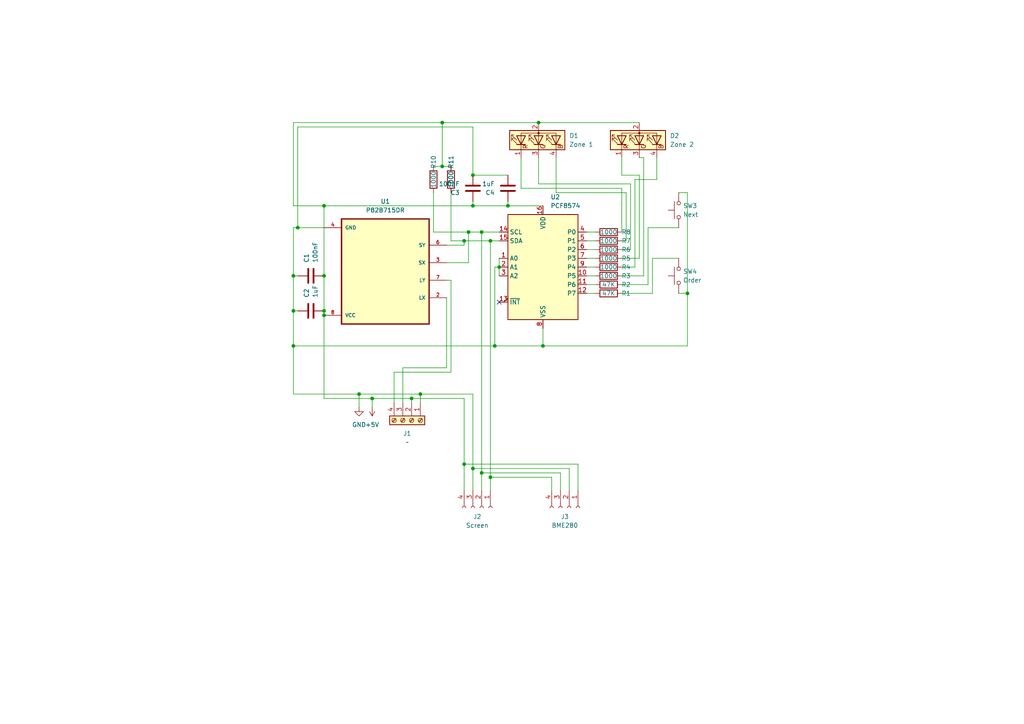
<source format=kicad_sch>
(kicad_sch (version 20230121) (generator eeschema)
  (paper "A4")
  (title_block (title "Heatger I2C") (rev "1"))
  (lib_symbols
    (symbol "Autre:P82B715DR" (pin_names (offset 1.016))
      (property "Reference" "U" (at -12.7 16.24 0))
      (property "Value" "P82B715DR" (at -12.7 -19.24 0))
      (symbol "P82B715DR_0_0"
        (rectangle (start -12.7 -15.24) (end 12.7 15.24) (stroke (width 0.41)) (fill (type background)))
        (pin bidirectional line (at -17.78 7.62 0) (length 5.08) (name "LX") (number "2"))
        (pin bidirectional line (at -17.78 -2.54 0) (length 5.08) (name "SX") (number "3"))
        (pin power_in line (at 17.78 -12.7 180) (length 5.08) (name "GND") (number "4"))
        (pin bidirectional line (at -17.78 -7.62 0) (length 5.08) (name "SY") (number "6"))
        (pin bidirectional line (at -17.78 2.54 0) (length 5.08) (name "LY") (number "7"))
        (pin power_in line (at 17.78 12.7 180) (length 5.08) (name "VCC") (number "8"))
      )
    )
    (symbol "Connector:Conn_01x04_Socket" (pin_names (offset 1.016) hide)
      (property "Reference" "J" (at 0 5.08 0))
      (property "Value" "Conn_01x04_Socket" (at 0 -7.62 0))
      (symbol "Conn_01x04_Socket_1_1"
        (arc (start 0 -4.572) (mid -0.5058 -5.08) (end 0 -5.588) (stroke (width 0.1524)))
        (arc (start 0 -2.032) (mid -0.5058 -2.54) (end 0 -3.048) (stroke (width 0.1524)))
        (polyline (pts (xy -1.27 -5.08) (xy -0.508 -5.08)) (stroke (width 0.1524)))
        (polyline (pts (xy -1.27 -2.54) (xy -0.508 -2.54)) (stroke (width 0.1524)))
        (polyline (pts (xy -1.27 0) (xy -0.508 0)) (stroke (width 0.1524)))
        (polyline (pts (xy -1.27 2.54) (xy -0.508 2.54)) (stroke (width 0.1524)))
        (arc (start 0 0.508) (mid -0.5058 0) (end 0 -0.508) (stroke (width 0.1524)))
        (arc (start 0 3.048) (mid -0.5058 2.54) (end 0 2.032) (stroke (width 0.1524)))
        (pin passive line (at -5.08 2.54 0) (length 3.81) (name "Pin_1") (number "1"))
        (pin passive line (at -5.08 0 0) (length 3.81) (name "Pin_2") (number "2"))
        (pin passive line (at -5.08 -2.54 0) (length 3.81) (name "Pin_3") (number "3"))
        (pin passive line (at -5.08 -5.08 0) (length 3.81) (name "Pin_4") (number "4"))
      )
    )
    (symbol "Connector:Screw_Terminal_01x04" (pin_names (offset 1.016) hide)
      (property "Reference" "J" (at 0 5.08 0))
      (property "Value" "Screw_Terminal_01x04" (at 0 -7.62 0))
      (symbol "Screw_Terminal_01x04_1_1"
        (rectangle (start -1.27 3.81) (end 1.27 -6.35) (stroke (width 0.254)) (fill (type background)))
        (circle (center 0 -5.08) (radius 0.635) (stroke (width 0.1524)))
        (circle (center 0 -2.54) (radius 0.635) (stroke (width 0.1524)))
        (polyline (pts (xy -0.5334 -4.7498) (xy 0.3302 -5.588)) (stroke (width 0.1524)))
        (polyline (pts (xy -0.5334 -2.2098) (xy 0.3302 -3.048)) (stroke (width 0.1524)))
        (polyline (pts (xy -0.5334 0.3302) (xy 0.3302 -0.508)) (stroke (width 0.1524)))
        (polyline (pts (xy -0.5334 2.8702) (xy 0.3302 2.032)) (stroke (width 0.1524)))
        (polyline (pts (xy -0.3556 -4.572) (xy 0.508 -5.4102)) (stroke (width 0.1524)))
        (polyline (pts (xy -0.3556 -2.032) (xy 0.508 -2.8702)) (stroke (width 0.1524)))
        (polyline (pts (xy -0.3556 0.508) (xy 0.508 -0.3302)) (stroke (width 0.1524)))
        (polyline (pts (xy -0.3556 3.048) (xy 0.508 2.2098)) (stroke (width 0.1524)))
        (circle (center 0 0) (radius 0.635) (stroke (width 0.1524)))
        (circle (center 0 2.54) (radius 0.635) (stroke (width 0.1524)))
        (pin passive line (at -5.08 2.54 0) (length 3.81) (name "Pin_1") (number "1"))
        (pin passive line (at -5.08 0 0) (length 3.81) (name "Pin_2") (number "2"))
        (pin passive line (at -5.08 -2.54 0) (length 3.81) (name "Pin_3") (number "3"))
        (pin passive line (at -5.08 -5.08 0) (length 3.81) (name "Pin_4") (number "4"))
      )
    )
    (symbol "Device:C" (pin_numbers hide) (pin_names (offset 0.254))
      (property "Reference" "C" (at 0.635 2.54 0))
      (property "Value" "C" (at 0.635 -2.54 0))
      (symbol "C_0_1"
        (polyline (pts (xy -2.032 -0.762) (xy 2.032 -0.762)) (stroke (width 0.508)))
        (polyline (pts (xy -2.032 0.762) (xy 2.032 0.762)) (stroke (width 0.508)))
      )
      (symbol "C_1_1"
        (pin passive line (at 0 3.81 270) (length 2.794) (name "~") (number "1"))
        (pin passive line (at 0 -3.81 90) (length 2.794) (name "~") (number "2"))
      )
    )
    (symbol "Device:LED_RAGB" (pin_names (offset 0) hide)
      (property "Reference" "D" (at 0 9.398 0))
      (property "Value" "LED_RAGB" (at 0 -8.89 0))
      (symbol "LED_RAGB_0_0"
        (text "B" (at -1.905 -6.35 0) (effects (font (size 1.27 1.27))))
        (text "G" (at -1.905 -1.27 0) (effects (font (size 1.27 1.27))))
        (text "R" (at -1.905 3.81 0) (effects (font (size 1.27 1.27))))
      )
      (symbol "LED_RAGB_0_1"
        (polyline (pts (xy -1.27 -5.08) (xy -2.54 -5.08)))
        (polyline (pts (xy -1.27 -5.08) (xy 1.27 -5.08)))
        (polyline (pts (xy -1.27 -3.81) (xy -1.27 -6.35)) (stroke (width 0.254)))
        (polyline (pts (xy -1.27 0) (xy -2.54 0)))
        (polyline (pts (xy -1.27 1.27) (xy -1.27 -1.27)) (stroke (width 0.254)))
        (polyline (pts (xy -1.27 5.08) (xy -2.54 5.08)))
        (polyline (pts (xy -1.27 5.08) (xy 1.27 5.08)))
        (polyline (pts (xy -1.27 6.35) (xy -1.27 3.81)) (stroke (width 0.254)))
        (polyline (pts (xy 1.27 0) (xy -1.27 0)))
        (polyline (pts (xy 1.27 0) (xy 2.54 0)))
        (polyline (pts (xy -1.27 1.27) (xy -1.27 -1.27) (xy -1.27 -1.27)))
        (polyline (pts (xy -1.27 6.35) (xy -1.27 3.81) (xy -1.27 3.81)))
        (polyline (pts (xy 1.27 -5.08) (xy 2.032 -5.08) (xy 2.032 5.08) (xy 1.27 5.08)))
        (polyline (pts (xy 1.27 -3.81) (xy 1.27 -6.35) (xy -1.27 -5.08) (xy 1.27 -3.81)) (stroke (width 0.254)))
        (polyline (pts (xy 1.27 1.27) (xy 1.27 -1.27) (xy -1.27 0) (xy 1.27 1.27)) (stroke (width 0.254)))
        (polyline (pts (xy 1.27 6.35) (xy 1.27 3.81) (xy -1.27 5.08) (xy 1.27 6.35)) (stroke (width 0.254)))
        (polyline (pts (xy -1.016 -3.81) (xy 0.508 -2.286) (xy -0.254 -2.286) (xy 0.508 -2.286) (xy 0.508 -3.048)))
        (polyline (pts (xy -1.016 1.27) (xy 0.508 2.794) (xy -0.254 2.794) (xy 0.508 2.794) (xy 0.508 2.032)))
        (polyline (pts (xy -1.016 6.35) (xy 0.508 7.874) (xy -0.254 7.874) (xy 0.508 7.874) (xy 0.508 7.112)))
        (polyline (pts (xy 0 -3.81) (xy 1.524 -2.286) (xy 0.762 -2.286) (xy 1.524 -2.286) (xy 1.524 -3.048)))
        (polyline (pts (xy 0 1.27) (xy 1.524 2.794) (xy 0.762 2.794) (xy 1.524 2.794) (xy 1.524 2.032)))
        (polyline (pts (xy 0 6.35) (xy 1.524 7.874) (xy 0.762 7.874) (xy 1.524 7.874) (xy 1.524 7.112)))
        (rectangle (start 1.27 -1.27) (end 1.27 1.27))
        (rectangle (start 1.27 1.27) (end 1.27 1.27))
        (rectangle (start 1.27 3.81) (end 1.27 6.35))
        (rectangle (start 1.27 6.35) (end 1.27 6.35))
        (circle (center 2.032 0) (radius 0.254) (fill (type outline)))
        (rectangle (start 2.794 8.382) (end -2.794 -7.62) (stroke (width 0.254)) (fill (type background)))
      )
      (symbol "LED_RAGB_1_1"
        (pin passive line (at -5.08 5.08 0) (length 2.54) (name "RK") (number "1"))
        (pin passive line (at 5.08 0 180) (length 2.54) (name "A") (number "2"))
        (pin passive line (at -5.08 0 0) (length 2.54) (name "GK") (number "3"))
        (pin passive line (at -5.08 -5.08 0) (length 2.54) (name "BK") (number "4"))
      )
    )
    (symbol "Device:R" (pin_numbers hide) (pin_names (offset 0))
      (property "Reference" "R" (at 2.032 0 90))
      (property "Value" "R" (at 0 0 90))
      (symbol "R_0_1"
        (rectangle (start -1.016 -2.54) (end 1.016 2.54) (stroke (width 0.254)))
      )
      (symbol "R_1_1"
        (pin passive line (at 0 3.81 270) (length 1.27) (name "~") (number "1"))
        (pin passive line (at 0 -3.81 90) (length 1.27) (name "~") (number "2"))
      )
    )
    (symbol "Interface_Expansion:PCF8574"
      (property "Reference" "U" (at -8.89 16.51 0))
      (property "Value" "PCF8574" (at 2.54 16.51 0))
      (symbol "PCF8574_0_1"
        (rectangle (start -10.16 15.24) (end 10.16 -15.24) (stroke (width 0.254)) (fill (type background)))
      )
      (symbol "PCF8574_1_1"
        (pin input line (at -12.7 2.54 0) (length 2.54) (name "A0") (number "1"))
        (pin bidirectional line (at 12.7 -2.54 180) (length 2.54) (name "P5") (number "10"))
        (pin bidirectional line (at 12.7 -5.08 180) (length 2.54) (name "P6") (number "11"))
        (pin bidirectional line (at 12.7 -7.62 180) (length 2.54) (name "P7") (number "12"))
        (pin open_collector output_low (at -12.7 -10.16 0) (length 2.54) (name "~{INT}") (number "13"))
        (pin input line (at -12.7 10.16 0) (length 2.54) (name "SCL") (number "14"))
        (pin bidirectional line (at -12.7 7.62 0) (length 2.54) (name "SDA") (number "15"))
        (pin power_in line (at 0 17.78 270) (length 2.54) (name "VDD") (number "16"))
        (pin input line (at -12.7 0 0) (length 2.54) (name "A1") (number "2"))
        (pin input line (at -12.7 -2.54 0) (length 2.54) (name "A2") (number "3"))
        (pin bidirectional line (at 12.7 10.16 180) (length 2.54) (name "P0") (number "4"))
        (pin bidirectional line (at 12.7 7.62 180) (length 2.54) (name "P1") (number "5"))
        (pin bidirectional line (at 12.7 5.08 180) (length 2.54) (name "P2") (number "6"))
        (pin bidirectional line (at 12.7 2.54 180) (length 2.54) (name "P3") (number "7"))
        (pin power_in line (at 0 -17.78 90) (length 2.54) (name "VSS") (number "8"))
        (pin bidirectional line (at 12.7 0 180) (length 2.54) (name "P4") (number "9"))
      )
    )
    (symbol "Switch:SW_Push" (pin_numbers hide) (pin_names (offset 1.016) hide)
      (property "Reference" "SW" (at 1.27 2.54 0))
      (property "Value" "SW_Push" (at 0 -1.524 0))
      (symbol "SW_Push_0_1"
        (circle (center -2.032 0) (radius 0.508))
        (polyline (pts (xy 0 1.27) (xy 0 3.048)))
        (polyline (pts (xy 2.54 1.27) (xy -2.54 1.27)))
        (circle (center 2.032 0) (radius 0.508))
        (pin passive line (at -5.08 0 0) (length 2.54) (name "1") (number "1"))
        (pin passive line (at 5.08 0 180) (length 2.54) (name "2") (number "2"))
      )
    )
    (symbol "power:+5V" (power) (pin_names (offset 0))
      (property "Value" "+5V" (at 0 3.556 0))
      (symbol "+5V_0_1"
        (polyline (pts (xy -0.762 1.27) (xy 0 2.54)))
        (polyline (pts (xy 0 0) (xy 0 2.54)))
        (polyline (pts (xy 0 2.54) (xy 0.762 1.27)))
      )
      (symbol "+5V_1_1"
        (pin power_in line (at 0 0 90) (length 0) hide (name "+5V") (number "1"))
      )
    )
    (symbol "power:GND" (power) (pin_names (offset 0))
      (property "Value" "GND" (at 0 -3.81 0))
      (symbol "GND_0_1"
        (polyline (pts (xy 0 0) (xy 0 -1.27) (xy 1.27 -1.27) (xy 0 -2.54) (xy -1.27 -1.27) (xy 0 -1.27)))
      )
      (symbol "GND_1_1"
        (pin power_in line (at 0 0 270) (length 0) hide (name "GND") (number "1"))
      )
    )
  )
  (junction (at 85.09 100.33))
  (junction (at 93.98 80.01))
  (junction (at 143.51 100.33))
  (junction (at 199.39 85.09))
  (junction (at 137.16 135.89))
  (junction (at 139.7 67.31))
  (junction (at 107.95 115.57))
  (junction (at 86.36 66.04))
  (junction (at 156.21 35.56))
  (junction (at 142.24 138.43))
  (junction (at 137.16 50.8))
  (junction (at 144.78 77.47))
  (junction (at 137.16 59.69))
  (junction (at 128.27 48.26))
  (junction (at 121.92 114.3))
  (junction (at 147.32 59.69))
  (junction (at 85.09 90.17))
  (junction (at 104.14 114.3))
  (junction (at 93.98 90.17))
  (junction (at 134.62 69.85))
  (junction (at 93.98 91.44))
  (junction (at 142.24 69.85))
  (junction (at 128.27 35.56))
  (junction (at 134.62 134.62))
  (junction (at 139.7 137.16))
  (junction (at 85.09 80.01))
  (junction (at 157.48 100.33))
  (junction (at 119.38 115.57))
  (junction (at 93.98 59.69))
  (junction (at 135.89 67.31))
  (no_connect (at 144.78 87.63))
  (wire (pts (xy 85.09 80.01) (xy 85.09 90.17)))
  (wire (pts (xy 119.38 115.57) (xy 119.38 116.84)))
  (wire (pts (xy 170.18 85.09) (xy 172.72 85.09)))
  (wire (pts (xy 128.27 35.56) (xy 85.09 35.56)))
  (wire (pts (xy 134.62 71.12) (xy 129.54 71.12)))
  (wire (pts (xy 167.64 134.62) (xy 134.62 134.62)))
  (wire (pts (xy 190.5 52.07) (xy 190.5 45.72)))
  (wire (pts (xy 187.96 66.04) (xy 196.85 66.04)))
  (wire (pts (xy 128.27 35.56) (xy 156.21 35.56)))
  (wire (pts (xy 125.73 55.88) (xy 125.73 67.31)))
  (wire (pts (xy 170.18 82.55) (xy 172.72 82.55)))
  (wire (pts (xy 180.34 82.55) (xy 187.96 82.55)))
  (wire (pts (xy 134.62 69.85) (xy 134.62 71.12)))
  (wire (pts (xy 86.36 66.04) (xy 85.09 66.04)))
  (wire (pts (xy 189.23 74.93) (xy 196.85 74.93)))
  (wire (pts (xy 142.24 69.85) (xy 142.24 138.43)))
  (wire (pts (xy 199.39 100.33) (xy 199.39 85.09)))
  (wire (pts (xy 85.09 90.17) (xy 85.09 100.33)))
  (wire (pts (xy 134.62 69.85) (xy 142.24 69.85)))
  (wire (pts (xy 162.56 137.16) (xy 139.7 137.16)))
  (wire (pts (xy 130.81 107.95) (xy 130.81 81.28)))
  (wire (pts (xy 85.09 35.56) (xy 85.09 59.69)))
  (wire (pts (xy 143.51 77.47) (xy 143.51 100.33)))
  (wire (pts (xy 165.1 135.89) (xy 137.16 135.89)))
  (wire (pts (xy 162.56 142.24) (xy 162.56 137.16)))
  (wire (pts (xy 119.38 115.57) (xy 134.62 115.57)))
  (wire (pts (xy 180.34 74.93) (xy 185.42 74.93)))
  (wire (pts (xy 85.09 114.3) (xy 104.14 114.3)))
  (wire (pts (xy 137.16 59.69) (xy 137.16 58.42)))
  (wire (pts (xy 128.27 35.56) (xy 128.27 48.26)))
  (wire (pts (xy 199.39 55.88) (xy 199.39 85.09)))
  (wire (pts (xy 170.18 67.31) (xy 172.72 67.31)))
  (wire (pts (xy 121.92 114.3) (xy 137.16 114.3)))
  (wire (pts (xy 156.21 35.56) (xy 185.42 35.56)))
  (wire (pts (xy 180.34 80.01) (xy 186.69 80.01)))
  (wire (pts (xy 167.64 142.24) (xy 167.64 134.62)))
  (wire (pts (xy 134.62 142.24) (xy 134.62 134.62)))
  (wire (pts (xy 137.16 50.8) (xy 147.32 50.8)))
  (wire (pts (xy 121.92 114.3) (xy 121.92 116.84)))
  (wire (pts (xy 139.7 67.31) (xy 139.7 137.16)))
  (wire (pts (xy 130.81 69.85) (xy 134.62 69.85)))
  (wire (pts (xy 181.61 55.88) (xy 181.61 69.85)))
  (wire (pts (xy 107.95 115.57) (xy 107.95 118.11)))
  (wire (pts (xy 170.18 80.01) (xy 172.72 80.01)))
  (wire (pts (xy 130.81 81.28) (xy 129.54 81.28)))
  (wire (pts (xy 181.61 69.85) (xy 180.34 69.85)))
  (wire (pts (xy 170.18 69.85) (xy 172.72 69.85)))
  (wire (pts (xy 165.1 142.24) (xy 165.1 135.89)))
  (wire (pts (xy 144.78 67.31) (xy 139.7 67.31)))
  (wire (pts (xy 125.73 48.26) (xy 128.27 48.26)))
  (wire (pts (xy 184.15 52.07) (xy 190.5 52.07)))
  (wire (pts (xy 129.54 76.2) (xy 135.89 76.2)))
  (wire (pts (xy 85.09 90.17) (xy 86.36 90.17)))
  (wire (pts (xy 184.15 52.07) (xy 184.15 77.47)))
  (wire (pts (xy 137.16 59.69) (xy 93.98 59.69)))
  (wire (pts (xy 196.85 55.88) (xy 199.39 55.88)))
  (wire (pts (xy 170.18 72.39) (xy 172.72 72.39)))
  (wire (pts (xy 128.27 48.26) (xy 130.81 48.26)))
  (wire (pts (xy 170.18 74.93) (xy 172.72 74.93)))
  (wire (pts (xy 143.51 100.33) (xy 157.48 100.33)))
  (wire (pts (xy 144.78 69.85) (xy 142.24 69.85)))
  (wire (pts (xy 114.3 107.95) (xy 130.81 107.95)))
  (wire (pts (xy 137.16 114.3) (xy 137.16 135.89)))
  (wire (pts (xy 85.09 80.01) (xy 86.36 80.01)))
  (wire (pts (xy 93.98 91.44) (xy 93.98 115.57)))
  (wire (pts (xy 142.24 138.43) (xy 142.24 142.24)))
  (wire (pts (xy 93.98 59.69) (xy 85.09 59.69)))
  (wire (pts (xy 185.42 50.8) (xy 180.34 50.8)))
  (wire (pts (xy 180.34 77.47) (xy 184.15 77.47)))
  (wire (pts (xy 144.78 74.93) (xy 144.78 77.47)))
  (wire (pts (xy 180.34 85.09) (xy 189.23 85.09)))
  (wire (pts (xy 137.16 36.83) (xy 86.36 36.83)))
  (wire (pts (xy 129.54 86.36) (xy 129.54 106.68)))
  (wire (pts (xy 93.98 90.17) (xy 93.98 91.44)))
  (wire (pts (xy 161.29 45.72) (xy 161.29 55.88)))
  (wire (pts (xy 137.16 50.8) (xy 137.16 36.83)))
  (wire (pts (xy 157.48 100.33) (xy 199.39 100.33)))
  (wire (pts (xy 187.96 82.55) (xy 187.96 66.04)))
  (wire (pts (xy 137.16 135.89) (xy 137.16 142.24)))
  (wire (pts (xy 180.34 50.8) (xy 180.34 45.72)))
  (wire (pts (xy 93.98 115.57) (xy 107.95 115.57)))
  (wire (pts (xy 125.73 67.31) (xy 135.89 67.31)))
  (wire (pts (xy 130.81 55.88) (xy 130.81 69.85)))
  (wire (pts (xy 144.78 77.47) (xy 144.78 80.01)))
  (wire (pts (xy 104.14 114.3) (xy 121.92 114.3)))
  (wire (pts (xy 144.78 77.47) (xy 143.51 77.47)))
  (wire (pts (xy 93.98 66.04) (xy 86.36 66.04)))
  (wire (pts (xy 93.98 80.01) (xy 93.98 90.17)))
  (wire (pts (xy 93.98 59.69) (xy 93.98 80.01)))
  (wire (pts (xy 182.88 72.39) (xy 182.88 53.34)))
  (wire (pts (xy 160.02 138.43) (xy 142.24 138.43)))
  (wire (pts (xy 85.09 100.33) (xy 143.51 100.33)))
  (wire (pts (xy 180.34 54.61) (xy 180.34 67.31)))
  (wire (pts (xy 116.84 106.68) (xy 129.54 106.68)))
  (wire (pts (xy 161.29 55.88) (xy 181.61 55.88)))
  (wire (pts (xy 116.84 116.84) (xy 116.84 106.68)))
  (wire (pts (xy 151.13 54.61) (xy 180.34 54.61)))
  (wire (pts (xy 134.62 134.62) (xy 134.62 115.57)))
  (wire (pts (xy 137.16 59.69) (xy 147.32 59.69)))
  (wire (pts (xy 185.42 74.93) (xy 185.42 50.8)))
  (wire (pts (xy 186.69 45.72) (xy 185.42 45.72)))
  (wire (pts (xy 139.7 137.16) (xy 139.7 142.24)))
  (wire (pts (xy 151.13 54.61) (xy 151.13 45.72)))
  (wire (pts (xy 157.48 59.69) (xy 147.32 59.69)))
  (wire (pts (xy 157.48 95.25) (xy 157.48 100.33)))
  (wire (pts (xy 104.14 114.3) (xy 104.14 118.11)))
  (wire (pts (xy 156.21 53.34) (xy 182.88 53.34)))
  (wire (pts (xy 85.09 100.33) (xy 85.09 114.3)))
  (wire (pts (xy 114.3 107.95) (xy 114.3 116.84)))
  (wire (pts (xy 135.89 67.31) (xy 139.7 67.31)))
  (wire (pts (xy 135.89 67.31) (xy 135.89 76.2)))
  (wire (pts (xy 189.23 85.09) (xy 189.23 74.93)))
  (wire (pts (xy 86.36 36.83) (xy 86.36 66.04)))
  (wire (pts (xy 160.02 142.24) (xy 160.02 138.43)))
  (wire (pts (xy 107.95 115.57) (xy 119.38 115.57)))
  (wire (pts (xy 170.18 77.47) (xy 172.72 77.47)))
  (wire (pts (xy 85.09 66.04) (xy 85.09 80.01)))
  (wire (pts (xy 147.32 59.69) (xy 147.32 58.42)))
  (wire (pts (xy 186.69 80.01) (xy 186.69 45.72)))
  (wire (pts (xy 196.85 85.09) (xy 199.39 85.09)))
  (wire (pts (xy 180.34 72.39) (xy 182.88 72.39)))
  (wire (pts (xy 156.21 53.34) (xy 156.21 45.72)))
  (symbol (lib_id "Device:C") (at 147.32 54.61 180) (unit 1)
    (property "Reference" "C4" (at 143.51 55.88 0) (effects (justify left)))
    (property "Value" "1uF" (at 143.51 53.34 0) (effects (justify left)))
    (property "Footprint" "Capacitor_SMD:C_0805_2012Metric_Pad1.18x1.45mm_HandSolder" (effects hide))
  )
  (symbol (lib_id "Device:R") (at 176.53 72.39 90) (unit 1)
    (property "Reference" "R6" (at 181.61 72.39 90))
    (property "Value" "1000" (at 176.53 72.39 90))
    (property "Footprint" "Resistor_THT:R_Axial_DIN0204_L3.6mm_D1.6mm_P7.62mm_Horizontal" (effects hide))
  )
  (symbol (lib_id "Device:R") (at 176.53 82.55 90) (unit 1)
    (property "Reference" "R2" (at 181.61 82.55 90))
    (property "Value" "47K" (at 176.53 82.55 90))
    (property "Footprint" "Resistor_THT:R_Axial_DIN0204_L3.6mm_D1.6mm_P7.62mm_Horizontal" (effects hide))
  )
  (symbol (lib_id "Device:R") (at 176.53 67.31 90) (unit 1)
    (property "Reference" "R8" (at 181.61 67.31 90))
    (property "Value" "1000" (at 176.53 67.31 90))
    (property "Footprint" "Resistor_THT:R_Axial_DIN0204_L3.6mm_D1.6mm_P7.62mm_Horizontal" (effects hide))
  )
  (symbol (lib_id "Device:R") (at 176.53 80.01 90) (unit 1)
    (property "Reference" "R3" (at 181.61 80.01 90))
    (property "Value" "1000" (at 176.53 80.01 90))
    (property "Footprint" "Resistor_THT:R_Axial_DIN0204_L3.6mm_D1.6mm_P7.62mm_Horizontal" (effects hide))
  )
  (symbol (lib_id "Device:R") (at 176.53 74.93 90) (unit 1)
    (property "Reference" "R5" (at 181.61 74.93 90))
    (property "Value" "1000" (at 176.53 74.93 90))
    (property "Footprint" "Resistor_THT:R_Axial_DIN0204_L3.6mm_D1.6mm_P7.62mm_Horizontal" (effects hide))
  )
  (symbol (lib_id "power:GND") (at 104.14 118.11 0) (unit 1)
    (property "Reference" "#PWR02" (effects hide))
    (property "Value" "GND" (at 104.14 123.19 0))
  )
  (symbol (lib_id "power:+5V") (at 107.95 118.11 180) (unit 1)
    (property "Reference" "#PWR01" (effects hide))
    (property "Value" "+5V" (at 107.95 123.19 0))
  )
  (symbol (lib_id "Device:R") (at 125.73 52.07 180) (unit 1)
    (property "Reference" "R10" (at 125.73 46.99 90))
    (property "Value" "1000" (at 125.73 52.07 90))
    (property "Footprint" "Resistor_THT:R_Axial_DIN0204_L3.6mm_D1.6mm_P7.62mm_Horizontal" (effects hide))
  )
  (symbol (lib_id "Device:C") (at 90.17 80.01 90) (unit 1)
    (property "Reference" "C1" (at 88.9 76.2 0) (effects (justify left)))
    (property "Value" "100nF" (at 91.44 76.2 0) (effects (justify left)))
    (property "Footprint" "Capacitor_SMD:C_0805_2012Metric_Pad1.18x1.45mm_HandSolder" (effects hide))
  )
  (symbol (lib_id "Connector:Screw_Terminal_01x04") (at 119.38 121.92 270) (unit 1)
    (property "Reference" "J1" (at 118.11 125.73 90))
    (property "Value" "~" (at 118.11 128.27 90))
    (property "Footprint" "TerminalBlock_Phoenix:TerminalBlock_Phoenix_PT-1,5-4-5.0-H_1x04_P5.00mm_Horizontal" (effects hide))
  )
  (symbol (lib_id "Device:C") (at 137.16 54.61 180) (unit 1)
    (property "Reference" "C3" (at 133.35 55.88 0) (effects (justify left)))
    (property "Value" "100nF" (at 133.35 53.34 0) (effects (justify left)))
    (property "Footprint" "Capacitor_SMD:C_0805_2012Metric_Pad1.18x1.45mm_HandSolder" (effects hide))
  )
  (symbol (lib_id "Switch:SW_Push") (at 196.85 80.01 90) (unit 1)
    (property "Reference" "SW4" (at 198.12 78.74 90) (effects (justify right)))
    (property "Value" "Order" (at 198.12 81.28 90) (effects (justify right)))
    (property "Footprint" "Button_Switch_THT:SW_PUSH_6mm" (effects hide))
  )
  (symbol (lib_id "Device:R") (at 176.53 77.47 90) (unit 1)
    (property "Reference" "R4" (at 181.61 77.47 90))
    (property "Value" "1000" (at 176.53 77.47 90))
    (property "Footprint" "Resistor_THT:R_Axial_DIN0204_L3.6mm_D1.6mm_P7.62mm_Horizontal" (effects hide))
  )
  (symbol (lib_id "Connector:Conn_01x04_Socket") (at 139.7 147.32 270) (unit 1)
    (property "Reference" "J2" (at 138.43 149.86 90))
    (property "Value" "Screen" (at 138.43 152.4 90))
    (property "Footprint" "Connector_PinSocket_2.54mm:PinSocket_1x04_P2.54mm_Vertical" (effects hide))
  )
  (symbol (lib_id "Connector:Conn_01x04_Socket") (at 165.1 147.32 270) (unit 1)
    (property "Reference" "J3" (at 163.83 149.86 90))
    (property "Value" "BME280" (at 163.83 152.4 90))
    (property "Footprint" "Connector_PinSocket_2.54mm:PinSocket_1x04_P2.54mm_Vertical" (effects hide))
  )
  (symbol (lib_id "Device:R") (at 176.53 85.09 90) (unit 1)
    (property "Reference" "R1" (at 181.61 85.09 90))
    (property "Value" "47K" (at 176.53 85.09 90))
    (property "Footprint" "Resistor_THT:R_Axial_DIN0204_L3.6mm_D1.6mm_P7.62mm_Horizontal" (effects hide))
  )
  (symbol (lib_id "Device:C") (at 90.17 90.17 90) (unit 1)
    (property "Reference" "C2" (at 88.9 86.36 0) (effects (justify left)))
    (property "Value" "1uF" (at 91.44 86.36 0) (effects (justify left)))
    (property "Footprint" "Capacitor_SMD:C_0805_2012Metric_Pad1.18x1.45mm_HandSolder" (effects hide))
  )
  (symbol (lib_id "Autre:P82B715DR") (at 111.76 78.74 180) (unit 1)
    (property "Reference" "U1" (at 111.76 58.42 0))
    (property "Value" "P82B715DR" (at 111.76 60.96 0))
    (property "Footprint" "SOIC127P599X175-8N" (effects hide))
  )
  (symbol (lib_id "Device:R") (at 130.81 52.07 180) (unit 1)
    (property "Reference" "R11" (at 130.81 46.99 90))
    (property "Value" "1000" (at 130.81 52.07 90))
    (property "Footprint" "Resistor_THT:R_Axial_DIN0204_L3.6mm_D1.6mm_P7.62mm_Horizontal" (effects hide))
  )
  (symbol (lib_id "Device:R") (at 176.53 69.85 90) (unit 1)
    (property "Reference" "R7" (at 181.61 69.85 90))
    (property "Value" "1000" (at 176.53 69.85 90))
    (property "Footprint" "Resistor_THT:R_Axial_DIN0204_L3.6mm_D1.6mm_P7.62mm_Horizontal" (effects hide))
  )
  (symbol (lib_id "Device:LED_RAGB") (at 156.21 40.64 90) (unit 1)
    (property "Reference" "D1" (at 165.1 39.37 90) (effects (justify right)))
    (property "Value" "Zone 1" (at 165.1 41.91 90) (effects (justify right)))
    (property "Footprint" "LED_THT:LED_D5.0mm-4_RGB" (effects hide))
  )
  (symbol (lib_id "Interface_Expansion:PCF8574") (at 157.48 77.47 0) (unit 1)
    (property "Reference" "U2" (at 159.6741 57.15 0) (effects (justify left)))
    (property "Value" "PCF8574" (at 159.6741 59.69 0) (effects (justify left)))
    (property "Footprint" "Package_DIP:DIP-16_W7.62mm" (effects hide))
    (property "Datasheet" "http://www.nxp.com/docs/en/data-sheet/PCF8574_PCF8574A.pdf" (effects hide))
  )
  (symbol (lib_id "Device:LED_RAGB") (at 185.42 40.64 90) (unit 1)
    (property "Reference" "D2" (at 194.31 39.37 90) (effects (justify right)))
    (property "Value" "Zone 2" (at 194.31 41.91 90) (effects (justify right)))
    (property "Footprint" "LED_THT:LED_D5.0mm-4_RGB" (effects hide))
  )
  (symbol (lib_id "Switch:SW_Push") (at 196.85 60.96 90) (unit 1)
    (property "Reference" "SW3" (at 198.12 59.69 90) (effects (justify right)))
    (property "Value" "Next" (at 198.12 62.23 90) (effects (justify right)))
    (property "Footprint" "Button_Switch_THT:SW_PUSH_6mm" (effects hide))
  )
)
</source>
